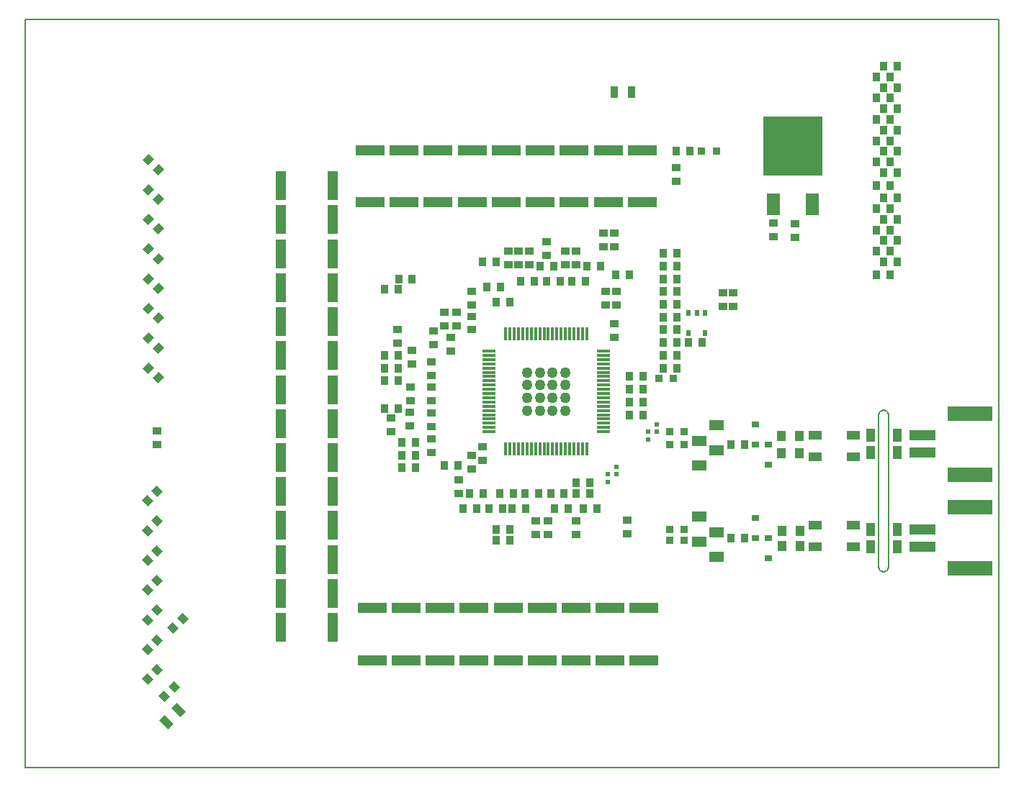
<source format=gbr>
G04 PROTEUS GERBER X2 FILE*
%TF.GenerationSoftware,Labcenter,Proteus,8.11-SP1-Build30228*%
%TF.CreationDate,2022-02-22T19:14:10+00:00*%
%TF.FileFunction,Paste,Top*%
%TF.FilePolarity,Positive*%
%TF.Part,Single*%
%TF.SameCoordinates,{6c2897ae-c00c-46c9-bae6-367ef81e3b77}*%
%FSLAX45Y45*%
%MOMM*%
G01*
%TA.AperFunction,Material*%
%ADD98R,1.016000X1.270000*%
%ADD99R,1.016000X1.524000*%
%TA.AperFunction,Material*%
%ADD100R,1.524000X1.016000*%
%ADD101R,3.048000X1.270000*%
%ADD102R,5.283200X1.727200*%
%TA.AperFunction,Material*%
%ADD103R,3.403600X1.244600*%
%ADD104R,1.244600X3.403600*%
%ADD105R,0.939800X0.990600*%
%ADD106R,0.990600X0.939800*%
%TA.AperFunction,Material*%
%ADD107R,0.300000X1.600000*%
%ADD108R,1.600000X0.300000*%
%TA.AperFunction,Material*%
%ADD109R,0.889000X0.889000*%
%ADD110R,0.889000X0.635000*%
%ADD111R,1.803400X1.143000*%
%ADD112R,0.609600X0.609600*%
%TA.AperFunction,Material*%
%ADD113C,1.270000*%
%AMPPAD104*
4,1,4,
0.017960,0.682500,
0.682500,0.017960,
-0.017960,-0.682500,
-0.682500,-0.017960,
0.017960,0.682500,
0*%
%TA.AperFunction,Material*%
%ADD114PPAD104*%
%AMPPAD105*
4,1,4,
0.682500,-0.017960,
0.017960,-0.682500,
-0.682500,0.017960,
-0.017960,0.682500,
0.682500,-0.017960,
0*%
%ADD115PPAD105*%
%ADD116R,0.939800X1.447800*%
%AMPPAD107*
4,1,4,
-0.844140,0.179610,
-0.179610,0.844140,
0.844140,-0.179610,
0.179610,-0.844140,
-0.844140,0.179610,
0*%
%ADD117PPAD107*%
%TA.AperFunction,Material*%
%ADD118R,0.508000X0.635000*%
%TA.AperFunction,Material*%
%ADD119R,1.524000X2.540000*%
%ADD120R,6.985000X6.985000*%
%TA.AperFunction,Profile*%
%ADD47C,0.203200*%
%TD.AperFunction*%
D98*
X+4445040Y+1135000D03*
X+4658400Y+1135000D03*
X+4445040Y+955000D03*
X+4658400Y+955000D03*
D99*
X+5485040Y+1150000D03*
X+5800000Y+1150000D03*
X+5485040Y+950000D03*
X+5800000Y+950000D03*
X+5485040Y+2256476D03*
X+5800000Y+2256476D03*
X+5486173Y+2052545D03*
X+5801133Y+2052545D03*
D100*
X+4835040Y+1200000D03*
X+4835040Y+950000D03*
X+5285040Y+950000D03*
X+5285040Y+1200000D03*
X+4835040Y+2256476D03*
X+4835040Y+2006476D03*
X+5285040Y+2006476D03*
X+5285040Y+2256476D03*
D101*
X+6100000Y+950000D03*
X+6100000Y+1150000D03*
D102*
X+6660000Y+1410000D03*
X+6660000Y+690000D03*
D101*
X+6100000Y+2056476D03*
X+6100000Y+2256476D03*
D102*
X+6660000Y+2516476D03*
X+6660000Y+1796476D03*
D103*
X+2803400Y+5612847D03*
X+2803400Y+5002847D03*
X+2403400Y+5612847D03*
X+2403400Y+5002847D03*
X+2003400Y+5612847D03*
X+2003400Y+5002847D03*
X+1603400Y+5612847D03*
X+1603400Y+5002847D03*
X+1203400Y+5612847D03*
X+1203400Y+5002847D03*
X+803400Y+5612847D03*
X+803400Y+5002847D03*
X+403400Y+5612847D03*
X+403400Y+5002847D03*
X+3400Y+5612847D03*
X+3400Y+5002847D03*
X-396600Y+5612847D03*
X-396600Y+5002847D03*
D104*
X-1446638Y+5197029D03*
X-836638Y+5197029D03*
X-1446638Y+4797029D03*
X-836638Y+4797029D03*
X-1446638Y+4397029D03*
X-836638Y+4397029D03*
D103*
X+2426350Y-386545D03*
X+2426350Y+223455D03*
X+2026350Y-386545D03*
X+2026350Y+223455D03*
X+1626350Y-386545D03*
X+1626350Y+223455D03*
X+1226350Y-386545D03*
X+1226350Y+223455D03*
X+826350Y-386545D03*
X+826350Y+223455D03*
X+2826350Y-386545D03*
X+2826350Y+223455D03*
X+426350Y-386545D03*
X+426350Y+223455D03*
X+26350Y-386545D03*
X+26350Y+223455D03*
X-373650Y-386545D03*
X-373650Y+223455D03*
D104*
X-1446638Y-2971D03*
X-836638Y-2971D03*
X-1446638Y+397029D03*
X-836638Y+397029D03*
X-1446638Y+797029D03*
X-836638Y+797029D03*
X-1446638Y+3997029D03*
X-836638Y+3997029D03*
X-1446638Y+3597029D03*
X-836638Y+3597029D03*
X-1446638Y+3197029D03*
X-836638Y+3197029D03*
X-1446638Y+2797029D03*
X-836638Y+2797029D03*
X-1446638Y+2397029D03*
X-836638Y+2397029D03*
X-1446638Y+1997029D03*
X-836638Y+1997029D03*
X-1446638Y+1597029D03*
X-836638Y+1597029D03*
X-1446638Y+1197029D03*
X-836638Y+1197029D03*
D105*
X+2650000Y+4150000D03*
X+2490000Y+4150000D03*
X+2310000Y+4250000D03*
X+2150000Y+4250000D03*
X+1760000Y+4250000D03*
X+1600000Y+4250000D03*
X+1085000Y+4300000D03*
X+925000Y+4300000D03*
X+1135000Y+4000000D03*
X+975000Y+4000000D03*
D106*
X+800000Y+3950000D03*
X+800000Y+3790000D03*
X+350000Y+3485000D03*
X+350000Y+3325000D03*
X-75000Y+3500000D03*
X-75000Y+3340000D03*
X+75000Y+2825000D03*
X+75000Y+2665000D03*
X-150000Y+2460000D03*
X-150000Y+2300000D03*
D105*
X+635000Y+1900000D03*
X+475000Y+1900000D03*
X+2275000Y+1400000D03*
X+2115000Y+1400000D03*
X+1935000Y+1400000D03*
X+1775000Y+1400000D03*
X+1435000Y+1400000D03*
X+1275000Y+1400000D03*
X+1160000Y+1400000D03*
X+1000000Y+1400000D03*
X+860000Y+1400000D03*
X+700000Y+1400000D03*
D107*
X+2150000Y+3450000D03*
X+2100000Y+3450000D03*
X+2050000Y+3450000D03*
X+2000000Y+3450000D03*
X+1950000Y+3450000D03*
X+1900000Y+3450000D03*
X+1850000Y+3450000D03*
X+1800000Y+3450000D03*
X+1750000Y+3450000D03*
X+1700000Y+3450000D03*
X+1650000Y+3450000D03*
X+1600000Y+3450000D03*
X+1550000Y+3450000D03*
X+1500000Y+3450000D03*
X+1450000Y+3450000D03*
X+1400000Y+3450000D03*
X+1350000Y+3450000D03*
X+1300000Y+3450000D03*
X+1250000Y+3450000D03*
X+1200000Y+3450000D03*
D108*
X+1000000Y+3250000D03*
X+1000000Y+3200000D03*
X+1000000Y+3150000D03*
X+1000000Y+3100000D03*
X+1000000Y+3050000D03*
X+1000000Y+3000000D03*
X+1000000Y+2950000D03*
X+1000000Y+2900000D03*
X+1000000Y+2850000D03*
X+1000000Y+2800000D03*
X+1000000Y+2750000D03*
X+1000000Y+2700000D03*
X+1000000Y+2650000D03*
X+1000000Y+2600000D03*
X+1000000Y+2550000D03*
X+1000000Y+2500000D03*
X+1000000Y+2450000D03*
X+1000000Y+2400000D03*
X+1000000Y+2350000D03*
X+1000000Y+2300000D03*
D107*
X+1200000Y+2100000D03*
X+1250000Y+2100000D03*
X+1300000Y+2100000D03*
X+1350000Y+2100000D03*
X+1400000Y+2100000D03*
X+1450000Y+2100000D03*
X+1500000Y+2100000D03*
X+1550000Y+2100000D03*
X+1600000Y+2100000D03*
X+1650000Y+2100000D03*
X+1700000Y+2100000D03*
X+1750000Y+2100000D03*
X+1800000Y+2100000D03*
X+1850000Y+2100000D03*
X+1900000Y+2100000D03*
X+1950000Y+2100000D03*
X+2000000Y+2100000D03*
X+2050000Y+2100000D03*
X+2100000Y+2100000D03*
X+2150000Y+2100000D03*
D108*
X+2350000Y+2300000D03*
X+2350000Y+2350000D03*
X+2350000Y+2400000D03*
X+2350000Y+2450000D03*
X+2350000Y+2500000D03*
X+2350000Y+2550000D03*
X+2350000Y+2600000D03*
X+2350000Y+2650000D03*
X+2350000Y+2700000D03*
X+2350000Y+2750000D03*
X+2350000Y+2800000D03*
X+2350000Y+2850000D03*
X+2350000Y+2900000D03*
X+2350000Y+2950000D03*
X+2350000Y+3000000D03*
X+2350000Y+3050000D03*
X+2350000Y+3100000D03*
X+2350000Y+3150000D03*
X+2350000Y+3200000D03*
X+2350000Y+3250000D03*
D106*
X+2375000Y+3790000D03*
X+2375000Y+3950000D03*
D105*
X+2136350Y+4073455D03*
X+1976350Y+4073455D03*
X+1836350Y+4073455D03*
X+1676350Y+4073455D03*
X+1536350Y+4073455D03*
X+1376350Y+4073455D03*
X+1250000Y+3825000D03*
X+1090000Y+3825000D03*
D106*
X+800000Y+3660000D03*
X+800000Y+3500000D03*
X+550000Y+3410000D03*
X+550000Y+3250000D03*
X+326350Y+3123455D03*
X+326350Y+2963455D03*
X+326350Y+2823455D03*
X+326350Y+2663455D03*
X+326350Y+2523455D03*
X+326350Y+2363455D03*
D105*
X+2185000Y+1700000D03*
X+2025000Y+1700000D03*
X+1886350Y+1573455D03*
X+1726350Y+1573455D03*
X+1586350Y+1573455D03*
X+1426350Y+1573455D03*
X+1286350Y+1573455D03*
X+1126350Y+1573455D03*
D106*
X+800000Y+1865000D03*
X+800000Y+2025000D03*
X+326350Y+2053455D03*
X+326350Y+2213455D03*
X+2475000Y+4635000D03*
X+2475000Y+4475000D03*
X+1475000Y+4425000D03*
X+1475000Y+4265000D03*
D105*
X-225000Y+3975000D03*
X-65000Y+3975000D03*
D106*
X+625000Y+3710000D03*
X+625000Y+3550000D03*
X+2025000Y+1090000D03*
X+2025000Y+1250000D03*
D105*
X-25000Y+1875000D03*
X+135000Y+1875000D03*
X+1090000Y+1025000D03*
X+1250000Y+1025000D03*
X-225000Y+2575000D03*
X-65000Y+2575000D03*
X-225000Y+3200000D03*
X-65000Y+3200000D03*
D106*
X+2500000Y+3950000D03*
X+2500000Y+3790000D03*
X+1900000Y+4425000D03*
X+1900000Y+4265000D03*
X+2025000Y+4425000D03*
X+2025000Y+4265000D03*
X+1350000Y+4425000D03*
X+1350000Y+4265000D03*
X+1226350Y+4423455D03*
X+1226350Y+4263455D03*
X+2625000Y+1100000D03*
X+2625000Y+1260000D03*
X+1550000Y+1090000D03*
X+1550000Y+1250000D03*
D105*
X+776350Y+1573455D03*
X+936350Y+1573455D03*
D106*
X+650000Y+1573455D03*
X+650000Y+1733455D03*
X+1700000Y+1090000D03*
X+1700000Y+1250000D03*
D105*
X-25000Y+2025000D03*
X+135000Y+2025000D03*
D106*
X+475000Y+3710000D03*
X+475000Y+3550000D03*
D105*
X-225000Y+2900000D03*
X-65000Y+2900000D03*
X-25000Y+2175000D03*
X+135000Y+2175000D03*
X-225000Y+3050000D03*
X-65000Y+3050000D03*
X+2650000Y+2650000D03*
X+2810000Y+2650000D03*
X+2650000Y+2950000D03*
X+2810000Y+2950000D03*
X+2650000Y+2800000D03*
X+2810000Y+2800000D03*
X+2650000Y+2500000D03*
X+2810000Y+2500000D03*
X+3200000Y+5600000D03*
X+3360000Y+5600000D03*
D106*
X+4600000Y+4750000D03*
X+4600000Y+4590000D03*
D109*
X+3000000Y+2925000D03*
X+3172720Y+2925000D03*
D106*
X+4350000Y+4600000D03*
X+4350000Y+4760000D03*
X+3200000Y+5410000D03*
X+3200000Y+5250000D03*
X+2475000Y+3575000D03*
X+2475000Y+3415000D03*
D105*
X+3210000Y+3650000D03*
X+3050000Y+3650000D03*
X+3210000Y+3800000D03*
X+3050000Y+3800000D03*
X+3210000Y+3950000D03*
X+3050000Y+3950000D03*
X+3210000Y+4100000D03*
X+3050000Y+4100000D03*
X+3210000Y+4250000D03*
X+3050000Y+4250000D03*
X+3210000Y+4400000D03*
X+3050000Y+4400000D03*
X+5800000Y+6600000D03*
X+5640000Y+6600000D03*
X+5800000Y+6350000D03*
X+5640000Y+6350000D03*
X+5800000Y+6100000D03*
X+5640000Y+6100000D03*
X+5800000Y+5850000D03*
X+5640000Y+5850000D03*
X+5800000Y+5600000D03*
X+5640000Y+5600000D03*
X+5800000Y+5350000D03*
X+5640000Y+5350000D03*
X+5800000Y+5050000D03*
X+5640000Y+5050000D03*
X+5800000Y+4800000D03*
X+5640000Y+4800000D03*
X+5800000Y+4550000D03*
X+5640000Y+4550000D03*
X+5800000Y+4300000D03*
X+5640000Y+4300000D03*
D98*
X+4438449Y+2050000D03*
X+4651809Y+2050000D03*
X+4438449Y+2250000D03*
X+4651809Y+2250000D03*
D110*
X+4135040Y+1050000D03*
X+4135040Y+1284950D03*
X+4285040Y+1050000D03*
X+4285040Y+815050D03*
D105*
X+3850000Y+2150000D03*
X+4010000Y+2150000D03*
X+3850000Y+1050000D03*
X+4010000Y+1050000D03*
D111*
X+3675000Y+1115000D03*
X+3675000Y+825000D03*
X+3475000Y+1010000D03*
X+3475000Y+1300000D03*
D109*
X+3125000Y+2150000D03*
X+3297720Y+2150000D03*
X+3125000Y+2300000D03*
X+3297721Y+2300000D03*
X+3125000Y+1025000D03*
X+3297720Y+1025000D03*
X+3125000Y+1150000D03*
X+3297720Y+1150000D03*
D112*
X+2500000Y+1890000D03*
X+2500000Y+1800000D03*
X+2400000Y+1710000D03*
X+2400000Y+1800000D03*
X+2975000Y+2390000D03*
X+2975000Y+2300000D03*
X+2875000Y+2210000D03*
X+2875000Y+2300000D03*
D110*
X+4288449Y+2150000D03*
X+4288449Y+1915050D03*
X+4136169Y+2150000D03*
X+4136169Y+2384950D03*
D111*
X+3675000Y+2085000D03*
X+3675000Y+2375000D03*
X+3475000Y+2190000D03*
X+3475000Y+1900000D03*
D113*
X+1450980Y+2998940D03*
X+1600980Y+2998940D03*
X+1750980Y+2998940D03*
X+1900980Y+2998940D03*
X+1900980Y+2848940D03*
X+1750980Y+2848940D03*
X+1600980Y+2848940D03*
X+1450980Y+2848940D03*
X+1450980Y+2698940D03*
X+1600980Y+2698940D03*
X+1750980Y+2698940D03*
X+1900980Y+2698940D03*
X+1450980Y+2548940D03*
X+1600980Y+2548940D03*
X+1750980Y+2548940D03*
X+1900980Y+2548940D03*
D109*
X+3500000Y+5600000D03*
X+3675000Y+5600000D03*
D114*
X-3000000Y+5500000D03*
X-2886863Y+5386863D03*
D115*
X-2900000Y-500000D03*
X-3013137Y-613137D03*
X-2900000Y-150000D03*
X-3013137Y-263137D03*
X-2900000Y+200000D03*
X-3013137Y+86863D03*
X-2900000Y+550000D03*
X-3013137Y+436863D03*
X-2900000Y+900000D03*
X-3013137Y+786863D03*
X-2900000Y+1250000D03*
X-3013137Y+1136863D03*
X-2900000Y+1600000D03*
X-3013137Y+1486863D03*
D106*
X-2900000Y+2310000D03*
X-2900000Y+2150000D03*
D114*
X-3000000Y+3050000D03*
X-2886863Y+2936863D03*
X-3000000Y+3400000D03*
X-2886863Y+3286863D03*
X-3000000Y+3750000D03*
X-2886863Y+3636863D03*
X-3000000Y+4100000D03*
X-2886863Y+3986863D03*
X-3000000Y+4450000D03*
X-2886863Y+4336863D03*
X-3000000Y+4800000D03*
X-2886863Y+4686863D03*
X-3000000Y+5150000D03*
X-2886863Y+5036863D03*
D115*
X-2700000Y-700000D03*
X-2813137Y-813137D03*
X-2600000Y+100000D03*
X-2713137Y-13137D03*
D116*
X+2475000Y+6300000D03*
X+2675000Y+6300000D03*
D117*
X-2791422Y-1116422D03*
X-2650000Y-975000D03*
D105*
X+3050000Y+3500000D03*
X+3210000Y+3500000D03*
X+3050000Y+3050000D03*
X+3210000Y+3050000D03*
X+3050000Y+3200000D03*
X+3210000Y+3200000D03*
X+3050000Y+3350000D03*
X+3210000Y+3350000D03*
X+5560000Y+6475000D03*
X+5720000Y+6475000D03*
X+5560000Y+6227500D03*
X+5720000Y+6227500D03*
X+5560000Y+5975000D03*
X+5720000Y+5975000D03*
X+5560000Y+5725000D03*
X+5720000Y+5725000D03*
X+5560000Y+5475000D03*
X+5720000Y+5475000D03*
X+5560000Y+5200000D03*
X+5720000Y+5200000D03*
X+5560000Y+4922500D03*
X+5720000Y+4922500D03*
X+5560000Y+4675000D03*
X+5720000Y+4675000D03*
X+5560000Y+4425000D03*
X+5720000Y+4425000D03*
X+5560000Y+4150000D03*
X+5720000Y+4150000D03*
D118*
X+3540500Y+3700000D03*
X+3446520Y+3700000D03*
X+3350000Y+3700000D03*
X+3350000Y+3461240D03*
X+3540500Y+3461240D03*
D105*
X+3510000Y+3350000D03*
X+3350000Y+3350000D03*
D106*
X+3875000Y+3775000D03*
X+3875000Y+3935000D03*
X+3750000Y+3775000D03*
X+3750000Y+3935000D03*
X+2350000Y+4475000D03*
X+2350000Y+4635000D03*
X+1675000Y+4375000D03*
X+1675000Y+4535000D03*
D105*
X-60000Y+4100000D03*
X+100000Y+4100000D03*
D106*
X+100000Y+3100000D03*
X+100000Y+3260000D03*
X+72500Y+2530000D03*
X+72500Y+2370000D03*
X+925000Y+2125000D03*
X+925000Y+1965000D03*
D105*
X+1250000Y+1150000D03*
X+1090000Y+1150000D03*
X+2025000Y+1575000D03*
X+2185000Y+1575000D03*
D119*
X+4350000Y+4975000D03*
X+4807200Y+4975000D03*
D120*
X+4578600Y+5665880D03*
D47*
X-4450000Y-1650000D02*
X+7000000Y-1650000D01*
X+7000000Y+7150000D01*
X-4450000Y+7150000D01*
X-4450000Y-1650000D01*
X+5641340Y+2554820D02*
X+5663332Y+2550509D01*
X+5681067Y+2538667D01*
X+5692909Y+2520932D01*
X+5697220Y+2498940D01*
X+5641340Y+2554820D02*
X+5619348Y+2550509D01*
X+5601613Y+2538667D01*
X+5589771Y+2520932D01*
X+5585460Y+2498940D01*
X+5641340Y+652360D02*
X+5619348Y+656671D01*
X+5601613Y+668513D01*
X+5589771Y+686248D01*
X+5585460Y+708240D01*
X+5641340Y+652360D02*
X+5663332Y+656671D01*
X+5681067Y+668513D01*
X+5692909Y+686248D01*
X+5697220Y+708240D01*
X+5585460Y+705700D02*
X+5585460Y+2498940D01*
X+5697220Y+2498940D02*
X+5697220Y+708240D01*
M02*

</source>
